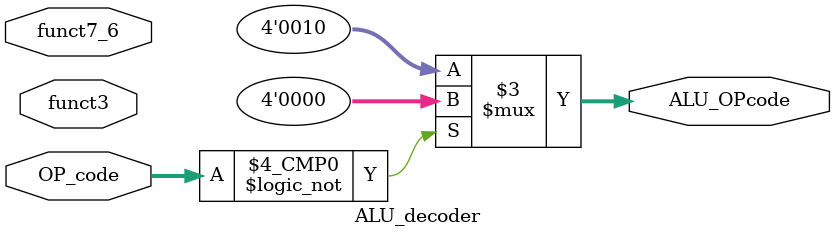
<source format=sv>
`timescale 1ns / 1ps


module ALU_decoder #(ALU_OP_width=4,OP_width=7) (
    input wire [OP_width-1:0] OP_code,
    input wire [2:0] funct3,
    input wire funct7_6,
    output reg [ALU_OP_width-1:0] ALU_OPcode
    
    );
    
    always_comb begin
    case(OP_code) 
    7'b00000000: begin 
    ALU_OPcode <= 4'b0000;
    
    end
    default : ALU_OPcode <= 4'b0010;
    endcase
    end 
endmodule

</source>
